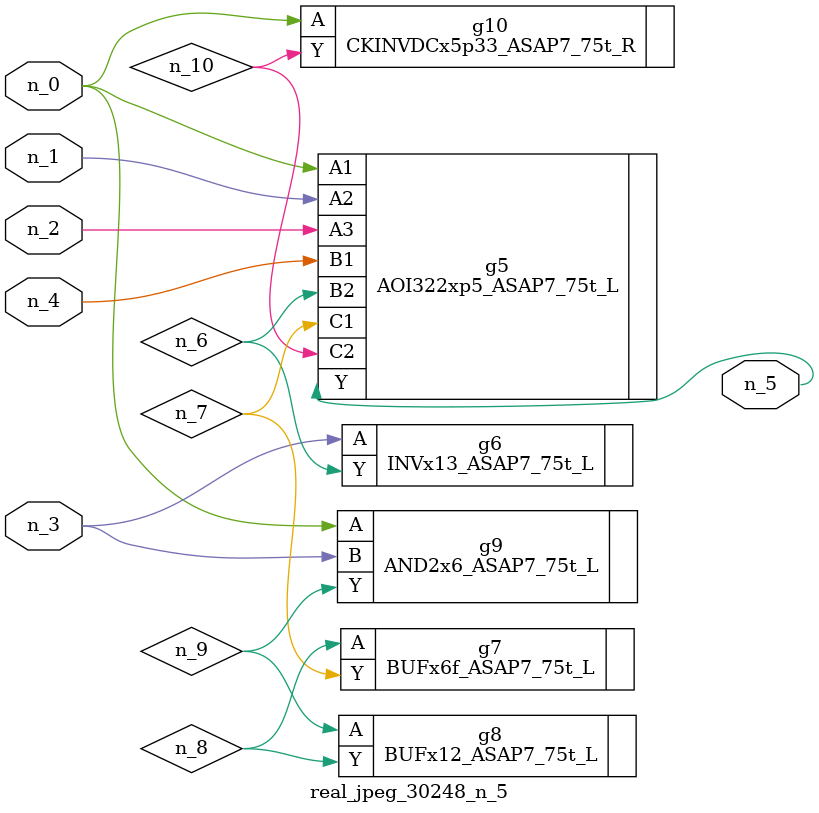
<source format=v>
module real_jpeg_30248_n_5 (n_4, n_0, n_1, n_2, n_3, n_5);

input n_4;
input n_0;
input n_1;
input n_2;
input n_3;

output n_5;

wire n_8;
wire n_6;
wire n_7;
wire n_10;
wire n_9;

AOI322xp5_ASAP7_75t_L g5 ( 
.A1(n_0),
.A2(n_1),
.A3(n_2),
.B1(n_4),
.B2(n_6),
.C1(n_7),
.C2(n_10),
.Y(n_5)
);

AND2x6_ASAP7_75t_L g9 ( 
.A(n_0),
.B(n_3),
.Y(n_9)
);

CKINVDCx5p33_ASAP7_75t_R g10 ( 
.A(n_0),
.Y(n_10)
);

INVx13_ASAP7_75t_L g6 ( 
.A(n_3),
.Y(n_6)
);

BUFx6f_ASAP7_75t_L g7 ( 
.A(n_8),
.Y(n_7)
);

BUFx12_ASAP7_75t_L g8 ( 
.A(n_9),
.Y(n_8)
);


endmodule
</source>
